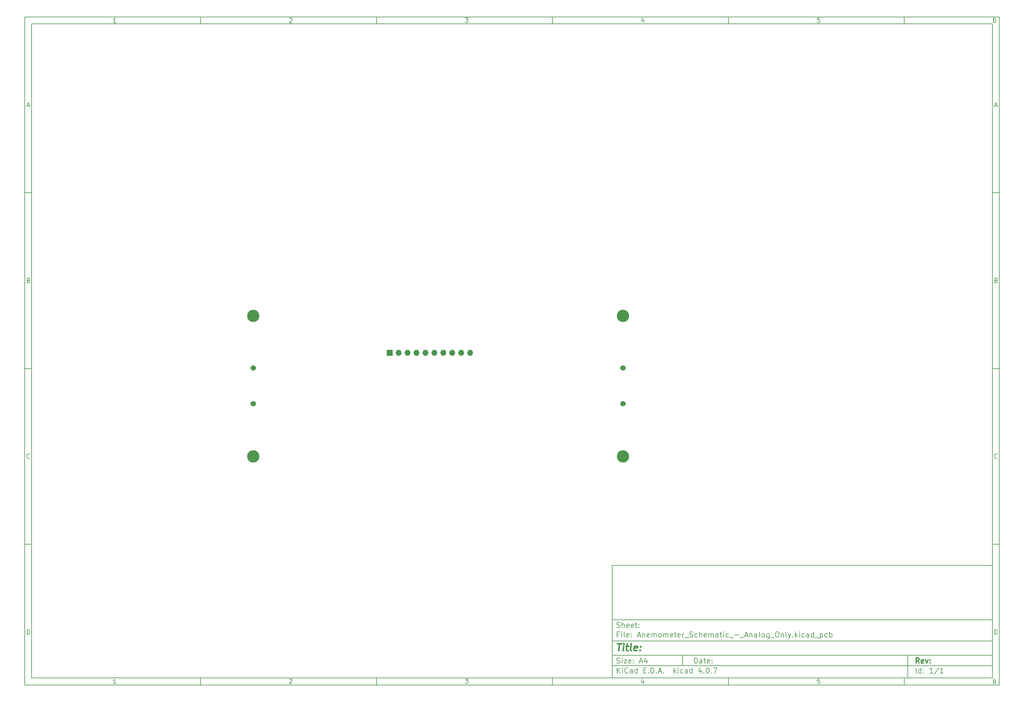
<source format=gbr>
G04 #@! TF.FileFunction,Soldermask,Bot*
%FSLAX46Y46*%
G04 Gerber Fmt 4.6, Leading zero omitted, Abs format (unit mm)*
G04 Created by KiCad (PCBNEW 4.0.7) date Monday, February 19, 2018 'AMt' 09:37:46 AM*
%MOMM*%
%LPD*%
G01*
G04 APERTURE LIST*
%ADD10C,0.100000*%
%ADD11C,0.150000*%
%ADD12C,0.300000*%
%ADD13C,0.400000*%
%ADD14R,1.700000X1.700000*%
%ADD15O,1.700000X1.700000*%
%ADD16C,1.524000*%
%ADD17C,3.500000*%
G04 APERTURE END LIST*
D10*
D11*
X177002200Y-166007200D02*
X177002200Y-198007200D01*
X285002200Y-198007200D01*
X285002200Y-166007200D01*
X177002200Y-166007200D01*
D10*
D11*
X10000000Y-10000000D02*
X10000000Y-200007200D01*
X287002200Y-200007200D01*
X287002200Y-10000000D01*
X10000000Y-10000000D01*
D10*
D11*
X12000000Y-12000000D02*
X12000000Y-198007200D01*
X285002200Y-198007200D01*
X285002200Y-12000000D01*
X12000000Y-12000000D01*
D10*
D11*
X60000000Y-12000000D02*
X60000000Y-10000000D01*
D10*
D11*
X110000000Y-12000000D02*
X110000000Y-10000000D01*
D10*
D11*
X160000000Y-12000000D02*
X160000000Y-10000000D01*
D10*
D11*
X210000000Y-12000000D02*
X210000000Y-10000000D01*
D10*
D11*
X260000000Y-12000000D02*
X260000000Y-10000000D01*
D10*
D11*
X35990476Y-11588095D02*
X35247619Y-11588095D01*
X35619048Y-11588095D02*
X35619048Y-10288095D01*
X35495238Y-10473810D01*
X35371429Y-10597619D01*
X35247619Y-10659524D01*
D10*
D11*
X85247619Y-10411905D02*
X85309524Y-10350000D01*
X85433333Y-10288095D01*
X85742857Y-10288095D01*
X85866667Y-10350000D01*
X85928571Y-10411905D01*
X85990476Y-10535714D01*
X85990476Y-10659524D01*
X85928571Y-10845238D01*
X85185714Y-11588095D01*
X85990476Y-11588095D01*
D10*
D11*
X135185714Y-10288095D02*
X135990476Y-10288095D01*
X135557143Y-10783333D01*
X135742857Y-10783333D01*
X135866667Y-10845238D01*
X135928571Y-10907143D01*
X135990476Y-11030952D01*
X135990476Y-11340476D01*
X135928571Y-11464286D01*
X135866667Y-11526190D01*
X135742857Y-11588095D01*
X135371429Y-11588095D01*
X135247619Y-11526190D01*
X135185714Y-11464286D01*
D10*
D11*
X185866667Y-10721429D02*
X185866667Y-11588095D01*
X185557143Y-10226190D02*
X185247619Y-11154762D01*
X186052381Y-11154762D01*
D10*
D11*
X235928571Y-10288095D02*
X235309524Y-10288095D01*
X235247619Y-10907143D01*
X235309524Y-10845238D01*
X235433333Y-10783333D01*
X235742857Y-10783333D01*
X235866667Y-10845238D01*
X235928571Y-10907143D01*
X235990476Y-11030952D01*
X235990476Y-11340476D01*
X235928571Y-11464286D01*
X235866667Y-11526190D01*
X235742857Y-11588095D01*
X235433333Y-11588095D01*
X235309524Y-11526190D01*
X235247619Y-11464286D01*
D10*
D11*
X285866667Y-10288095D02*
X285619048Y-10288095D01*
X285495238Y-10350000D01*
X285433333Y-10411905D01*
X285309524Y-10597619D01*
X285247619Y-10845238D01*
X285247619Y-11340476D01*
X285309524Y-11464286D01*
X285371429Y-11526190D01*
X285495238Y-11588095D01*
X285742857Y-11588095D01*
X285866667Y-11526190D01*
X285928571Y-11464286D01*
X285990476Y-11340476D01*
X285990476Y-11030952D01*
X285928571Y-10907143D01*
X285866667Y-10845238D01*
X285742857Y-10783333D01*
X285495238Y-10783333D01*
X285371429Y-10845238D01*
X285309524Y-10907143D01*
X285247619Y-11030952D01*
D10*
D11*
X60000000Y-198007200D02*
X60000000Y-200007200D01*
D10*
D11*
X110000000Y-198007200D02*
X110000000Y-200007200D01*
D10*
D11*
X160000000Y-198007200D02*
X160000000Y-200007200D01*
D10*
D11*
X210000000Y-198007200D02*
X210000000Y-200007200D01*
D10*
D11*
X260000000Y-198007200D02*
X260000000Y-200007200D01*
D10*
D11*
X35990476Y-199595295D02*
X35247619Y-199595295D01*
X35619048Y-199595295D02*
X35619048Y-198295295D01*
X35495238Y-198481010D01*
X35371429Y-198604819D01*
X35247619Y-198666724D01*
D10*
D11*
X85247619Y-198419105D02*
X85309524Y-198357200D01*
X85433333Y-198295295D01*
X85742857Y-198295295D01*
X85866667Y-198357200D01*
X85928571Y-198419105D01*
X85990476Y-198542914D01*
X85990476Y-198666724D01*
X85928571Y-198852438D01*
X85185714Y-199595295D01*
X85990476Y-199595295D01*
D10*
D11*
X135185714Y-198295295D02*
X135990476Y-198295295D01*
X135557143Y-198790533D01*
X135742857Y-198790533D01*
X135866667Y-198852438D01*
X135928571Y-198914343D01*
X135990476Y-199038152D01*
X135990476Y-199347676D01*
X135928571Y-199471486D01*
X135866667Y-199533390D01*
X135742857Y-199595295D01*
X135371429Y-199595295D01*
X135247619Y-199533390D01*
X135185714Y-199471486D01*
D10*
D11*
X185866667Y-198728629D02*
X185866667Y-199595295D01*
X185557143Y-198233390D02*
X185247619Y-199161962D01*
X186052381Y-199161962D01*
D10*
D11*
X235928571Y-198295295D02*
X235309524Y-198295295D01*
X235247619Y-198914343D01*
X235309524Y-198852438D01*
X235433333Y-198790533D01*
X235742857Y-198790533D01*
X235866667Y-198852438D01*
X235928571Y-198914343D01*
X235990476Y-199038152D01*
X235990476Y-199347676D01*
X235928571Y-199471486D01*
X235866667Y-199533390D01*
X235742857Y-199595295D01*
X235433333Y-199595295D01*
X235309524Y-199533390D01*
X235247619Y-199471486D01*
D10*
D11*
X285866667Y-198295295D02*
X285619048Y-198295295D01*
X285495238Y-198357200D01*
X285433333Y-198419105D01*
X285309524Y-198604819D01*
X285247619Y-198852438D01*
X285247619Y-199347676D01*
X285309524Y-199471486D01*
X285371429Y-199533390D01*
X285495238Y-199595295D01*
X285742857Y-199595295D01*
X285866667Y-199533390D01*
X285928571Y-199471486D01*
X285990476Y-199347676D01*
X285990476Y-199038152D01*
X285928571Y-198914343D01*
X285866667Y-198852438D01*
X285742857Y-198790533D01*
X285495238Y-198790533D01*
X285371429Y-198852438D01*
X285309524Y-198914343D01*
X285247619Y-199038152D01*
D10*
D11*
X10000000Y-60000000D02*
X12000000Y-60000000D01*
D10*
D11*
X10000000Y-110000000D02*
X12000000Y-110000000D01*
D10*
D11*
X10000000Y-160000000D02*
X12000000Y-160000000D01*
D10*
D11*
X10690476Y-35216667D02*
X11309524Y-35216667D01*
X10566667Y-35588095D02*
X11000000Y-34288095D01*
X11433333Y-35588095D01*
D10*
D11*
X11092857Y-84907143D02*
X11278571Y-84969048D01*
X11340476Y-85030952D01*
X11402381Y-85154762D01*
X11402381Y-85340476D01*
X11340476Y-85464286D01*
X11278571Y-85526190D01*
X11154762Y-85588095D01*
X10659524Y-85588095D01*
X10659524Y-84288095D01*
X11092857Y-84288095D01*
X11216667Y-84350000D01*
X11278571Y-84411905D01*
X11340476Y-84535714D01*
X11340476Y-84659524D01*
X11278571Y-84783333D01*
X11216667Y-84845238D01*
X11092857Y-84907143D01*
X10659524Y-84907143D01*
D10*
D11*
X11402381Y-135464286D02*
X11340476Y-135526190D01*
X11154762Y-135588095D01*
X11030952Y-135588095D01*
X10845238Y-135526190D01*
X10721429Y-135402381D01*
X10659524Y-135278571D01*
X10597619Y-135030952D01*
X10597619Y-134845238D01*
X10659524Y-134597619D01*
X10721429Y-134473810D01*
X10845238Y-134350000D01*
X11030952Y-134288095D01*
X11154762Y-134288095D01*
X11340476Y-134350000D01*
X11402381Y-134411905D01*
D10*
D11*
X10659524Y-185588095D02*
X10659524Y-184288095D01*
X10969048Y-184288095D01*
X11154762Y-184350000D01*
X11278571Y-184473810D01*
X11340476Y-184597619D01*
X11402381Y-184845238D01*
X11402381Y-185030952D01*
X11340476Y-185278571D01*
X11278571Y-185402381D01*
X11154762Y-185526190D01*
X10969048Y-185588095D01*
X10659524Y-185588095D01*
D10*
D11*
X287002200Y-60000000D02*
X285002200Y-60000000D01*
D10*
D11*
X287002200Y-110000000D02*
X285002200Y-110000000D01*
D10*
D11*
X287002200Y-160000000D02*
X285002200Y-160000000D01*
D10*
D11*
X285692676Y-35216667D02*
X286311724Y-35216667D01*
X285568867Y-35588095D02*
X286002200Y-34288095D01*
X286435533Y-35588095D01*
D10*
D11*
X286095057Y-84907143D02*
X286280771Y-84969048D01*
X286342676Y-85030952D01*
X286404581Y-85154762D01*
X286404581Y-85340476D01*
X286342676Y-85464286D01*
X286280771Y-85526190D01*
X286156962Y-85588095D01*
X285661724Y-85588095D01*
X285661724Y-84288095D01*
X286095057Y-84288095D01*
X286218867Y-84350000D01*
X286280771Y-84411905D01*
X286342676Y-84535714D01*
X286342676Y-84659524D01*
X286280771Y-84783333D01*
X286218867Y-84845238D01*
X286095057Y-84907143D01*
X285661724Y-84907143D01*
D10*
D11*
X286404581Y-135464286D02*
X286342676Y-135526190D01*
X286156962Y-135588095D01*
X286033152Y-135588095D01*
X285847438Y-135526190D01*
X285723629Y-135402381D01*
X285661724Y-135278571D01*
X285599819Y-135030952D01*
X285599819Y-134845238D01*
X285661724Y-134597619D01*
X285723629Y-134473810D01*
X285847438Y-134350000D01*
X286033152Y-134288095D01*
X286156962Y-134288095D01*
X286342676Y-134350000D01*
X286404581Y-134411905D01*
D10*
D11*
X285661724Y-185588095D02*
X285661724Y-184288095D01*
X285971248Y-184288095D01*
X286156962Y-184350000D01*
X286280771Y-184473810D01*
X286342676Y-184597619D01*
X286404581Y-184845238D01*
X286404581Y-185030952D01*
X286342676Y-185278571D01*
X286280771Y-185402381D01*
X286156962Y-185526190D01*
X285971248Y-185588095D01*
X285661724Y-185588095D01*
D10*
D11*
X200359343Y-193785771D02*
X200359343Y-192285771D01*
X200716486Y-192285771D01*
X200930771Y-192357200D01*
X201073629Y-192500057D01*
X201145057Y-192642914D01*
X201216486Y-192928629D01*
X201216486Y-193142914D01*
X201145057Y-193428629D01*
X201073629Y-193571486D01*
X200930771Y-193714343D01*
X200716486Y-193785771D01*
X200359343Y-193785771D01*
X202502200Y-193785771D02*
X202502200Y-193000057D01*
X202430771Y-192857200D01*
X202287914Y-192785771D01*
X202002200Y-192785771D01*
X201859343Y-192857200D01*
X202502200Y-193714343D02*
X202359343Y-193785771D01*
X202002200Y-193785771D01*
X201859343Y-193714343D01*
X201787914Y-193571486D01*
X201787914Y-193428629D01*
X201859343Y-193285771D01*
X202002200Y-193214343D01*
X202359343Y-193214343D01*
X202502200Y-193142914D01*
X203002200Y-192785771D02*
X203573629Y-192785771D01*
X203216486Y-192285771D02*
X203216486Y-193571486D01*
X203287914Y-193714343D01*
X203430772Y-193785771D01*
X203573629Y-193785771D01*
X204645057Y-193714343D02*
X204502200Y-193785771D01*
X204216486Y-193785771D01*
X204073629Y-193714343D01*
X204002200Y-193571486D01*
X204002200Y-193000057D01*
X204073629Y-192857200D01*
X204216486Y-192785771D01*
X204502200Y-192785771D01*
X204645057Y-192857200D01*
X204716486Y-193000057D01*
X204716486Y-193142914D01*
X204002200Y-193285771D01*
X205359343Y-193642914D02*
X205430771Y-193714343D01*
X205359343Y-193785771D01*
X205287914Y-193714343D01*
X205359343Y-193642914D01*
X205359343Y-193785771D01*
X205359343Y-192857200D02*
X205430771Y-192928629D01*
X205359343Y-193000057D01*
X205287914Y-192928629D01*
X205359343Y-192857200D01*
X205359343Y-193000057D01*
D10*
D11*
X177002200Y-194507200D02*
X285002200Y-194507200D01*
D10*
D11*
X178359343Y-196585771D02*
X178359343Y-195085771D01*
X179216486Y-196585771D02*
X178573629Y-195728629D01*
X179216486Y-195085771D02*
X178359343Y-195942914D01*
X179859343Y-196585771D02*
X179859343Y-195585771D01*
X179859343Y-195085771D02*
X179787914Y-195157200D01*
X179859343Y-195228629D01*
X179930771Y-195157200D01*
X179859343Y-195085771D01*
X179859343Y-195228629D01*
X181430772Y-196442914D02*
X181359343Y-196514343D01*
X181145057Y-196585771D01*
X181002200Y-196585771D01*
X180787915Y-196514343D01*
X180645057Y-196371486D01*
X180573629Y-196228629D01*
X180502200Y-195942914D01*
X180502200Y-195728629D01*
X180573629Y-195442914D01*
X180645057Y-195300057D01*
X180787915Y-195157200D01*
X181002200Y-195085771D01*
X181145057Y-195085771D01*
X181359343Y-195157200D01*
X181430772Y-195228629D01*
X182716486Y-196585771D02*
X182716486Y-195800057D01*
X182645057Y-195657200D01*
X182502200Y-195585771D01*
X182216486Y-195585771D01*
X182073629Y-195657200D01*
X182716486Y-196514343D02*
X182573629Y-196585771D01*
X182216486Y-196585771D01*
X182073629Y-196514343D01*
X182002200Y-196371486D01*
X182002200Y-196228629D01*
X182073629Y-196085771D01*
X182216486Y-196014343D01*
X182573629Y-196014343D01*
X182716486Y-195942914D01*
X184073629Y-196585771D02*
X184073629Y-195085771D01*
X184073629Y-196514343D02*
X183930772Y-196585771D01*
X183645058Y-196585771D01*
X183502200Y-196514343D01*
X183430772Y-196442914D01*
X183359343Y-196300057D01*
X183359343Y-195871486D01*
X183430772Y-195728629D01*
X183502200Y-195657200D01*
X183645058Y-195585771D01*
X183930772Y-195585771D01*
X184073629Y-195657200D01*
X185930772Y-195800057D02*
X186430772Y-195800057D01*
X186645058Y-196585771D02*
X185930772Y-196585771D01*
X185930772Y-195085771D01*
X186645058Y-195085771D01*
X187287915Y-196442914D02*
X187359343Y-196514343D01*
X187287915Y-196585771D01*
X187216486Y-196514343D01*
X187287915Y-196442914D01*
X187287915Y-196585771D01*
X188002201Y-196585771D02*
X188002201Y-195085771D01*
X188359344Y-195085771D01*
X188573629Y-195157200D01*
X188716487Y-195300057D01*
X188787915Y-195442914D01*
X188859344Y-195728629D01*
X188859344Y-195942914D01*
X188787915Y-196228629D01*
X188716487Y-196371486D01*
X188573629Y-196514343D01*
X188359344Y-196585771D01*
X188002201Y-196585771D01*
X189502201Y-196442914D02*
X189573629Y-196514343D01*
X189502201Y-196585771D01*
X189430772Y-196514343D01*
X189502201Y-196442914D01*
X189502201Y-196585771D01*
X190145058Y-196157200D02*
X190859344Y-196157200D01*
X190002201Y-196585771D02*
X190502201Y-195085771D01*
X191002201Y-196585771D01*
X191502201Y-196442914D02*
X191573629Y-196514343D01*
X191502201Y-196585771D01*
X191430772Y-196514343D01*
X191502201Y-196442914D01*
X191502201Y-196585771D01*
X194502201Y-196585771D02*
X194502201Y-195085771D01*
X194645058Y-196014343D02*
X195073629Y-196585771D01*
X195073629Y-195585771D02*
X194502201Y-196157200D01*
X195716487Y-196585771D02*
X195716487Y-195585771D01*
X195716487Y-195085771D02*
X195645058Y-195157200D01*
X195716487Y-195228629D01*
X195787915Y-195157200D01*
X195716487Y-195085771D01*
X195716487Y-195228629D01*
X197073630Y-196514343D02*
X196930773Y-196585771D01*
X196645059Y-196585771D01*
X196502201Y-196514343D01*
X196430773Y-196442914D01*
X196359344Y-196300057D01*
X196359344Y-195871486D01*
X196430773Y-195728629D01*
X196502201Y-195657200D01*
X196645059Y-195585771D01*
X196930773Y-195585771D01*
X197073630Y-195657200D01*
X198359344Y-196585771D02*
X198359344Y-195800057D01*
X198287915Y-195657200D01*
X198145058Y-195585771D01*
X197859344Y-195585771D01*
X197716487Y-195657200D01*
X198359344Y-196514343D02*
X198216487Y-196585771D01*
X197859344Y-196585771D01*
X197716487Y-196514343D01*
X197645058Y-196371486D01*
X197645058Y-196228629D01*
X197716487Y-196085771D01*
X197859344Y-196014343D01*
X198216487Y-196014343D01*
X198359344Y-195942914D01*
X199716487Y-196585771D02*
X199716487Y-195085771D01*
X199716487Y-196514343D02*
X199573630Y-196585771D01*
X199287916Y-196585771D01*
X199145058Y-196514343D01*
X199073630Y-196442914D01*
X199002201Y-196300057D01*
X199002201Y-195871486D01*
X199073630Y-195728629D01*
X199145058Y-195657200D01*
X199287916Y-195585771D01*
X199573630Y-195585771D01*
X199716487Y-195657200D01*
X202216487Y-195585771D02*
X202216487Y-196585771D01*
X201859344Y-195014343D02*
X201502201Y-196085771D01*
X202430773Y-196085771D01*
X203002201Y-196442914D02*
X203073629Y-196514343D01*
X203002201Y-196585771D01*
X202930772Y-196514343D01*
X203002201Y-196442914D01*
X203002201Y-196585771D01*
X204002201Y-195085771D02*
X204145058Y-195085771D01*
X204287915Y-195157200D01*
X204359344Y-195228629D01*
X204430773Y-195371486D01*
X204502201Y-195657200D01*
X204502201Y-196014343D01*
X204430773Y-196300057D01*
X204359344Y-196442914D01*
X204287915Y-196514343D01*
X204145058Y-196585771D01*
X204002201Y-196585771D01*
X203859344Y-196514343D01*
X203787915Y-196442914D01*
X203716487Y-196300057D01*
X203645058Y-196014343D01*
X203645058Y-195657200D01*
X203716487Y-195371486D01*
X203787915Y-195228629D01*
X203859344Y-195157200D01*
X204002201Y-195085771D01*
X205145058Y-196442914D02*
X205216486Y-196514343D01*
X205145058Y-196585771D01*
X205073629Y-196514343D01*
X205145058Y-196442914D01*
X205145058Y-196585771D01*
X205716487Y-195085771D02*
X206716487Y-195085771D01*
X206073630Y-196585771D01*
D10*
D11*
X177002200Y-191507200D02*
X285002200Y-191507200D01*
D10*
D12*
X264216486Y-193785771D02*
X263716486Y-193071486D01*
X263359343Y-193785771D02*
X263359343Y-192285771D01*
X263930771Y-192285771D01*
X264073629Y-192357200D01*
X264145057Y-192428629D01*
X264216486Y-192571486D01*
X264216486Y-192785771D01*
X264145057Y-192928629D01*
X264073629Y-193000057D01*
X263930771Y-193071486D01*
X263359343Y-193071486D01*
X265430771Y-193714343D02*
X265287914Y-193785771D01*
X265002200Y-193785771D01*
X264859343Y-193714343D01*
X264787914Y-193571486D01*
X264787914Y-193000057D01*
X264859343Y-192857200D01*
X265002200Y-192785771D01*
X265287914Y-192785771D01*
X265430771Y-192857200D01*
X265502200Y-193000057D01*
X265502200Y-193142914D01*
X264787914Y-193285771D01*
X266002200Y-192785771D02*
X266359343Y-193785771D01*
X266716485Y-192785771D01*
X267287914Y-193642914D02*
X267359342Y-193714343D01*
X267287914Y-193785771D01*
X267216485Y-193714343D01*
X267287914Y-193642914D01*
X267287914Y-193785771D01*
X267287914Y-192857200D02*
X267359342Y-192928629D01*
X267287914Y-193000057D01*
X267216485Y-192928629D01*
X267287914Y-192857200D01*
X267287914Y-193000057D01*
D10*
D11*
X178287914Y-193714343D02*
X178502200Y-193785771D01*
X178859343Y-193785771D01*
X179002200Y-193714343D01*
X179073629Y-193642914D01*
X179145057Y-193500057D01*
X179145057Y-193357200D01*
X179073629Y-193214343D01*
X179002200Y-193142914D01*
X178859343Y-193071486D01*
X178573629Y-193000057D01*
X178430771Y-192928629D01*
X178359343Y-192857200D01*
X178287914Y-192714343D01*
X178287914Y-192571486D01*
X178359343Y-192428629D01*
X178430771Y-192357200D01*
X178573629Y-192285771D01*
X178930771Y-192285771D01*
X179145057Y-192357200D01*
X179787914Y-193785771D02*
X179787914Y-192785771D01*
X179787914Y-192285771D02*
X179716485Y-192357200D01*
X179787914Y-192428629D01*
X179859342Y-192357200D01*
X179787914Y-192285771D01*
X179787914Y-192428629D01*
X180359343Y-192785771D02*
X181145057Y-192785771D01*
X180359343Y-193785771D01*
X181145057Y-193785771D01*
X182287914Y-193714343D02*
X182145057Y-193785771D01*
X181859343Y-193785771D01*
X181716486Y-193714343D01*
X181645057Y-193571486D01*
X181645057Y-193000057D01*
X181716486Y-192857200D01*
X181859343Y-192785771D01*
X182145057Y-192785771D01*
X182287914Y-192857200D01*
X182359343Y-193000057D01*
X182359343Y-193142914D01*
X181645057Y-193285771D01*
X183002200Y-193642914D02*
X183073628Y-193714343D01*
X183002200Y-193785771D01*
X182930771Y-193714343D01*
X183002200Y-193642914D01*
X183002200Y-193785771D01*
X183002200Y-192857200D02*
X183073628Y-192928629D01*
X183002200Y-193000057D01*
X182930771Y-192928629D01*
X183002200Y-192857200D01*
X183002200Y-193000057D01*
X184787914Y-193357200D02*
X185502200Y-193357200D01*
X184645057Y-193785771D02*
X185145057Y-192285771D01*
X185645057Y-193785771D01*
X186787914Y-192785771D02*
X186787914Y-193785771D01*
X186430771Y-192214343D02*
X186073628Y-193285771D01*
X187002200Y-193285771D01*
D10*
D11*
X263359343Y-196585771D02*
X263359343Y-195085771D01*
X264716486Y-196585771D02*
X264716486Y-195085771D01*
X264716486Y-196514343D02*
X264573629Y-196585771D01*
X264287915Y-196585771D01*
X264145057Y-196514343D01*
X264073629Y-196442914D01*
X264002200Y-196300057D01*
X264002200Y-195871486D01*
X264073629Y-195728629D01*
X264145057Y-195657200D01*
X264287915Y-195585771D01*
X264573629Y-195585771D01*
X264716486Y-195657200D01*
X265430772Y-196442914D02*
X265502200Y-196514343D01*
X265430772Y-196585771D01*
X265359343Y-196514343D01*
X265430772Y-196442914D01*
X265430772Y-196585771D01*
X265430772Y-195657200D02*
X265502200Y-195728629D01*
X265430772Y-195800057D01*
X265359343Y-195728629D01*
X265430772Y-195657200D01*
X265430772Y-195800057D01*
X268073629Y-196585771D02*
X267216486Y-196585771D01*
X267645058Y-196585771D02*
X267645058Y-195085771D01*
X267502201Y-195300057D01*
X267359343Y-195442914D01*
X267216486Y-195514343D01*
X269787914Y-195014343D02*
X268502200Y-196942914D01*
X271073629Y-196585771D02*
X270216486Y-196585771D01*
X270645058Y-196585771D02*
X270645058Y-195085771D01*
X270502201Y-195300057D01*
X270359343Y-195442914D01*
X270216486Y-195514343D01*
D10*
D11*
X177002200Y-187507200D02*
X285002200Y-187507200D01*
D10*
D13*
X178454581Y-188211962D02*
X179597438Y-188211962D01*
X178776010Y-190211962D02*
X179026010Y-188211962D01*
X180014105Y-190211962D02*
X180180771Y-188878629D01*
X180264105Y-188211962D02*
X180156962Y-188307200D01*
X180240295Y-188402438D01*
X180347439Y-188307200D01*
X180264105Y-188211962D01*
X180240295Y-188402438D01*
X180847438Y-188878629D02*
X181609343Y-188878629D01*
X181216486Y-188211962D02*
X181002200Y-189926248D01*
X181073630Y-190116724D01*
X181252201Y-190211962D01*
X181442677Y-190211962D01*
X182395058Y-190211962D02*
X182216487Y-190116724D01*
X182145057Y-189926248D01*
X182359343Y-188211962D01*
X183930772Y-190116724D02*
X183728391Y-190211962D01*
X183347439Y-190211962D01*
X183168867Y-190116724D01*
X183097438Y-189926248D01*
X183192676Y-189164343D01*
X183311724Y-188973867D01*
X183514105Y-188878629D01*
X183895057Y-188878629D01*
X184073629Y-188973867D01*
X184145057Y-189164343D01*
X184121248Y-189354819D01*
X183145057Y-189545295D01*
X184895057Y-190021486D02*
X184978392Y-190116724D01*
X184871248Y-190211962D01*
X184787915Y-190116724D01*
X184895057Y-190021486D01*
X184871248Y-190211962D01*
X185026010Y-188973867D02*
X185109344Y-189069105D01*
X185002200Y-189164343D01*
X184918867Y-189069105D01*
X185026010Y-188973867D01*
X185002200Y-189164343D01*
D10*
D11*
X178859343Y-185600057D02*
X178359343Y-185600057D01*
X178359343Y-186385771D02*
X178359343Y-184885771D01*
X179073629Y-184885771D01*
X179645057Y-186385771D02*
X179645057Y-185385771D01*
X179645057Y-184885771D02*
X179573628Y-184957200D01*
X179645057Y-185028629D01*
X179716485Y-184957200D01*
X179645057Y-184885771D01*
X179645057Y-185028629D01*
X180573629Y-186385771D02*
X180430771Y-186314343D01*
X180359343Y-186171486D01*
X180359343Y-184885771D01*
X181716485Y-186314343D02*
X181573628Y-186385771D01*
X181287914Y-186385771D01*
X181145057Y-186314343D01*
X181073628Y-186171486D01*
X181073628Y-185600057D01*
X181145057Y-185457200D01*
X181287914Y-185385771D01*
X181573628Y-185385771D01*
X181716485Y-185457200D01*
X181787914Y-185600057D01*
X181787914Y-185742914D01*
X181073628Y-185885771D01*
X182430771Y-186242914D02*
X182502199Y-186314343D01*
X182430771Y-186385771D01*
X182359342Y-186314343D01*
X182430771Y-186242914D01*
X182430771Y-186385771D01*
X182430771Y-185457200D02*
X182502199Y-185528629D01*
X182430771Y-185600057D01*
X182359342Y-185528629D01*
X182430771Y-185457200D01*
X182430771Y-185600057D01*
X184216485Y-185957200D02*
X184930771Y-185957200D01*
X184073628Y-186385771D02*
X184573628Y-184885771D01*
X185073628Y-186385771D01*
X185573628Y-185385771D02*
X185573628Y-186385771D01*
X185573628Y-185528629D02*
X185645056Y-185457200D01*
X185787914Y-185385771D01*
X186002199Y-185385771D01*
X186145056Y-185457200D01*
X186216485Y-185600057D01*
X186216485Y-186385771D01*
X187502199Y-186314343D02*
X187359342Y-186385771D01*
X187073628Y-186385771D01*
X186930771Y-186314343D01*
X186859342Y-186171486D01*
X186859342Y-185600057D01*
X186930771Y-185457200D01*
X187073628Y-185385771D01*
X187359342Y-185385771D01*
X187502199Y-185457200D01*
X187573628Y-185600057D01*
X187573628Y-185742914D01*
X186859342Y-185885771D01*
X188216485Y-186385771D02*
X188216485Y-185385771D01*
X188216485Y-185528629D02*
X188287913Y-185457200D01*
X188430771Y-185385771D01*
X188645056Y-185385771D01*
X188787913Y-185457200D01*
X188859342Y-185600057D01*
X188859342Y-186385771D01*
X188859342Y-185600057D02*
X188930771Y-185457200D01*
X189073628Y-185385771D01*
X189287913Y-185385771D01*
X189430771Y-185457200D01*
X189502199Y-185600057D01*
X189502199Y-186385771D01*
X190430771Y-186385771D02*
X190287913Y-186314343D01*
X190216485Y-186242914D01*
X190145056Y-186100057D01*
X190145056Y-185671486D01*
X190216485Y-185528629D01*
X190287913Y-185457200D01*
X190430771Y-185385771D01*
X190645056Y-185385771D01*
X190787913Y-185457200D01*
X190859342Y-185528629D01*
X190930771Y-185671486D01*
X190930771Y-186100057D01*
X190859342Y-186242914D01*
X190787913Y-186314343D01*
X190645056Y-186385771D01*
X190430771Y-186385771D01*
X191573628Y-186385771D02*
X191573628Y-185385771D01*
X191573628Y-185528629D02*
X191645056Y-185457200D01*
X191787914Y-185385771D01*
X192002199Y-185385771D01*
X192145056Y-185457200D01*
X192216485Y-185600057D01*
X192216485Y-186385771D01*
X192216485Y-185600057D02*
X192287914Y-185457200D01*
X192430771Y-185385771D01*
X192645056Y-185385771D01*
X192787914Y-185457200D01*
X192859342Y-185600057D01*
X192859342Y-186385771D01*
X194145056Y-186314343D02*
X194002199Y-186385771D01*
X193716485Y-186385771D01*
X193573628Y-186314343D01*
X193502199Y-186171486D01*
X193502199Y-185600057D01*
X193573628Y-185457200D01*
X193716485Y-185385771D01*
X194002199Y-185385771D01*
X194145056Y-185457200D01*
X194216485Y-185600057D01*
X194216485Y-185742914D01*
X193502199Y-185885771D01*
X194645056Y-185385771D02*
X195216485Y-185385771D01*
X194859342Y-184885771D02*
X194859342Y-186171486D01*
X194930770Y-186314343D01*
X195073628Y-186385771D01*
X195216485Y-186385771D01*
X196287913Y-186314343D02*
X196145056Y-186385771D01*
X195859342Y-186385771D01*
X195716485Y-186314343D01*
X195645056Y-186171486D01*
X195645056Y-185600057D01*
X195716485Y-185457200D01*
X195859342Y-185385771D01*
X196145056Y-185385771D01*
X196287913Y-185457200D01*
X196359342Y-185600057D01*
X196359342Y-185742914D01*
X195645056Y-185885771D01*
X197002199Y-186385771D02*
X197002199Y-185385771D01*
X197002199Y-185671486D02*
X197073627Y-185528629D01*
X197145056Y-185457200D01*
X197287913Y-185385771D01*
X197430770Y-185385771D01*
X197573627Y-186528629D02*
X198716484Y-186528629D01*
X199002198Y-186314343D02*
X199216484Y-186385771D01*
X199573627Y-186385771D01*
X199716484Y-186314343D01*
X199787913Y-186242914D01*
X199859341Y-186100057D01*
X199859341Y-185957200D01*
X199787913Y-185814343D01*
X199716484Y-185742914D01*
X199573627Y-185671486D01*
X199287913Y-185600057D01*
X199145055Y-185528629D01*
X199073627Y-185457200D01*
X199002198Y-185314343D01*
X199002198Y-185171486D01*
X199073627Y-185028629D01*
X199145055Y-184957200D01*
X199287913Y-184885771D01*
X199645055Y-184885771D01*
X199859341Y-184957200D01*
X201145055Y-186314343D02*
X201002198Y-186385771D01*
X200716484Y-186385771D01*
X200573626Y-186314343D01*
X200502198Y-186242914D01*
X200430769Y-186100057D01*
X200430769Y-185671486D01*
X200502198Y-185528629D01*
X200573626Y-185457200D01*
X200716484Y-185385771D01*
X201002198Y-185385771D01*
X201145055Y-185457200D01*
X201787912Y-186385771D02*
X201787912Y-184885771D01*
X202430769Y-186385771D02*
X202430769Y-185600057D01*
X202359340Y-185457200D01*
X202216483Y-185385771D01*
X202002198Y-185385771D01*
X201859340Y-185457200D01*
X201787912Y-185528629D01*
X203716483Y-186314343D02*
X203573626Y-186385771D01*
X203287912Y-186385771D01*
X203145055Y-186314343D01*
X203073626Y-186171486D01*
X203073626Y-185600057D01*
X203145055Y-185457200D01*
X203287912Y-185385771D01*
X203573626Y-185385771D01*
X203716483Y-185457200D01*
X203787912Y-185600057D01*
X203787912Y-185742914D01*
X203073626Y-185885771D01*
X204430769Y-186385771D02*
X204430769Y-185385771D01*
X204430769Y-185528629D02*
X204502197Y-185457200D01*
X204645055Y-185385771D01*
X204859340Y-185385771D01*
X205002197Y-185457200D01*
X205073626Y-185600057D01*
X205073626Y-186385771D01*
X205073626Y-185600057D02*
X205145055Y-185457200D01*
X205287912Y-185385771D01*
X205502197Y-185385771D01*
X205645055Y-185457200D01*
X205716483Y-185600057D01*
X205716483Y-186385771D01*
X207073626Y-186385771D02*
X207073626Y-185600057D01*
X207002197Y-185457200D01*
X206859340Y-185385771D01*
X206573626Y-185385771D01*
X206430769Y-185457200D01*
X207073626Y-186314343D02*
X206930769Y-186385771D01*
X206573626Y-186385771D01*
X206430769Y-186314343D01*
X206359340Y-186171486D01*
X206359340Y-186028629D01*
X206430769Y-185885771D01*
X206573626Y-185814343D01*
X206930769Y-185814343D01*
X207073626Y-185742914D01*
X207573626Y-185385771D02*
X208145055Y-185385771D01*
X207787912Y-184885771D02*
X207787912Y-186171486D01*
X207859340Y-186314343D01*
X208002198Y-186385771D01*
X208145055Y-186385771D01*
X208645055Y-186385771D02*
X208645055Y-185385771D01*
X208645055Y-184885771D02*
X208573626Y-184957200D01*
X208645055Y-185028629D01*
X208716483Y-184957200D01*
X208645055Y-184885771D01*
X208645055Y-185028629D01*
X210002198Y-186314343D02*
X209859341Y-186385771D01*
X209573627Y-186385771D01*
X209430769Y-186314343D01*
X209359341Y-186242914D01*
X209287912Y-186100057D01*
X209287912Y-185671486D01*
X209359341Y-185528629D01*
X209430769Y-185457200D01*
X209573627Y-185385771D01*
X209859341Y-185385771D01*
X210002198Y-185457200D01*
X210287912Y-186528629D02*
X211430769Y-186528629D01*
X211787912Y-185814343D02*
X212930769Y-185814343D01*
X213287912Y-186528629D02*
X214430769Y-186528629D01*
X214716483Y-185957200D02*
X215430769Y-185957200D01*
X214573626Y-186385771D02*
X215073626Y-184885771D01*
X215573626Y-186385771D01*
X216073626Y-185385771D02*
X216073626Y-186385771D01*
X216073626Y-185528629D02*
X216145054Y-185457200D01*
X216287912Y-185385771D01*
X216502197Y-185385771D01*
X216645054Y-185457200D01*
X216716483Y-185600057D01*
X216716483Y-186385771D01*
X218073626Y-186385771D02*
X218073626Y-185600057D01*
X218002197Y-185457200D01*
X217859340Y-185385771D01*
X217573626Y-185385771D01*
X217430769Y-185457200D01*
X218073626Y-186314343D02*
X217930769Y-186385771D01*
X217573626Y-186385771D01*
X217430769Y-186314343D01*
X217359340Y-186171486D01*
X217359340Y-186028629D01*
X217430769Y-185885771D01*
X217573626Y-185814343D01*
X217930769Y-185814343D01*
X218073626Y-185742914D01*
X219002198Y-186385771D02*
X218859340Y-186314343D01*
X218787912Y-186171486D01*
X218787912Y-184885771D01*
X219787912Y-186385771D02*
X219645054Y-186314343D01*
X219573626Y-186242914D01*
X219502197Y-186100057D01*
X219502197Y-185671486D01*
X219573626Y-185528629D01*
X219645054Y-185457200D01*
X219787912Y-185385771D01*
X220002197Y-185385771D01*
X220145054Y-185457200D01*
X220216483Y-185528629D01*
X220287912Y-185671486D01*
X220287912Y-186100057D01*
X220216483Y-186242914D01*
X220145054Y-186314343D01*
X220002197Y-186385771D01*
X219787912Y-186385771D01*
X221573626Y-185385771D02*
X221573626Y-186600057D01*
X221502197Y-186742914D01*
X221430769Y-186814343D01*
X221287912Y-186885771D01*
X221073626Y-186885771D01*
X220930769Y-186814343D01*
X221573626Y-186314343D02*
X221430769Y-186385771D01*
X221145055Y-186385771D01*
X221002197Y-186314343D01*
X220930769Y-186242914D01*
X220859340Y-186100057D01*
X220859340Y-185671486D01*
X220930769Y-185528629D01*
X221002197Y-185457200D01*
X221145055Y-185385771D01*
X221430769Y-185385771D01*
X221573626Y-185457200D01*
X221930769Y-186528629D02*
X223073626Y-186528629D01*
X223716483Y-184885771D02*
X224002197Y-184885771D01*
X224145055Y-184957200D01*
X224287912Y-185100057D01*
X224359340Y-185385771D01*
X224359340Y-185885771D01*
X224287912Y-186171486D01*
X224145055Y-186314343D01*
X224002197Y-186385771D01*
X223716483Y-186385771D01*
X223573626Y-186314343D01*
X223430769Y-186171486D01*
X223359340Y-185885771D01*
X223359340Y-185385771D01*
X223430769Y-185100057D01*
X223573626Y-184957200D01*
X223716483Y-184885771D01*
X225002198Y-185385771D02*
X225002198Y-186385771D01*
X225002198Y-185528629D02*
X225073626Y-185457200D01*
X225216484Y-185385771D01*
X225430769Y-185385771D01*
X225573626Y-185457200D01*
X225645055Y-185600057D01*
X225645055Y-186385771D01*
X226573627Y-186385771D02*
X226430769Y-186314343D01*
X226359341Y-186171486D01*
X226359341Y-184885771D01*
X227002198Y-185385771D02*
X227359341Y-186385771D01*
X227716483Y-185385771D02*
X227359341Y-186385771D01*
X227216483Y-186742914D01*
X227145055Y-186814343D01*
X227002198Y-186885771D01*
X228287912Y-186242914D02*
X228359340Y-186314343D01*
X228287912Y-186385771D01*
X228216483Y-186314343D01*
X228287912Y-186242914D01*
X228287912Y-186385771D01*
X229002198Y-186385771D02*
X229002198Y-184885771D01*
X229145055Y-185814343D02*
X229573626Y-186385771D01*
X229573626Y-185385771D02*
X229002198Y-185957200D01*
X230216484Y-186385771D02*
X230216484Y-185385771D01*
X230216484Y-184885771D02*
X230145055Y-184957200D01*
X230216484Y-185028629D01*
X230287912Y-184957200D01*
X230216484Y-184885771D01*
X230216484Y-185028629D01*
X231573627Y-186314343D02*
X231430770Y-186385771D01*
X231145056Y-186385771D01*
X231002198Y-186314343D01*
X230930770Y-186242914D01*
X230859341Y-186100057D01*
X230859341Y-185671486D01*
X230930770Y-185528629D01*
X231002198Y-185457200D01*
X231145056Y-185385771D01*
X231430770Y-185385771D01*
X231573627Y-185457200D01*
X232859341Y-186385771D02*
X232859341Y-185600057D01*
X232787912Y-185457200D01*
X232645055Y-185385771D01*
X232359341Y-185385771D01*
X232216484Y-185457200D01*
X232859341Y-186314343D02*
X232716484Y-186385771D01*
X232359341Y-186385771D01*
X232216484Y-186314343D01*
X232145055Y-186171486D01*
X232145055Y-186028629D01*
X232216484Y-185885771D01*
X232359341Y-185814343D01*
X232716484Y-185814343D01*
X232859341Y-185742914D01*
X234216484Y-186385771D02*
X234216484Y-184885771D01*
X234216484Y-186314343D02*
X234073627Y-186385771D01*
X233787913Y-186385771D01*
X233645055Y-186314343D01*
X233573627Y-186242914D01*
X233502198Y-186100057D01*
X233502198Y-185671486D01*
X233573627Y-185528629D01*
X233645055Y-185457200D01*
X233787913Y-185385771D01*
X234073627Y-185385771D01*
X234216484Y-185457200D01*
X234573627Y-186528629D02*
X235716484Y-186528629D01*
X236073627Y-185385771D02*
X236073627Y-186885771D01*
X236073627Y-185457200D02*
X236216484Y-185385771D01*
X236502198Y-185385771D01*
X236645055Y-185457200D01*
X236716484Y-185528629D01*
X236787913Y-185671486D01*
X236787913Y-186100057D01*
X236716484Y-186242914D01*
X236645055Y-186314343D01*
X236502198Y-186385771D01*
X236216484Y-186385771D01*
X236073627Y-186314343D01*
X238073627Y-186314343D02*
X237930770Y-186385771D01*
X237645056Y-186385771D01*
X237502198Y-186314343D01*
X237430770Y-186242914D01*
X237359341Y-186100057D01*
X237359341Y-185671486D01*
X237430770Y-185528629D01*
X237502198Y-185457200D01*
X237645056Y-185385771D01*
X237930770Y-185385771D01*
X238073627Y-185457200D01*
X238716484Y-186385771D02*
X238716484Y-184885771D01*
X238716484Y-185457200D02*
X238859341Y-185385771D01*
X239145055Y-185385771D01*
X239287912Y-185457200D01*
X239359341Y-185528629D01*
X239430770Y-185671486D01*
X239430770Y-186100057D01*
X239359341Y-186242914D01*
X239287912Y-186314343D01*
X239145055Y-186385771D01*
X238859341Y-186385771D01*
X238716484Y-186314343D01*
D10*
D11*
X177002200Y-181507200D02*
X285002200Y-181507200D01*
D10*
D11*
X178287914Y-183614343D02*
X178502200Y-183685771D01*
X178859343Y-183685771D01*
X179002200Y-183614343D01*
X179073629Y-183542914D01*
X179145057Y-183400057D01*
X179145057Y-183257200D01*
X179073629Y-183114343D01*
X179002200Y-183042914D01*
X178859343Y-182971486D01*
X178573629Y-182900057D01*
X178430771Y-182828629D01*
X178359343Y-182757200D01*
X178287914Y-182614343D01*
X178287914Y-182471486D01*
X178359343Y-182328629D01*
X178430771Y-182257200D01*
X178573629Y-182185771D01*
X178930771Y-182185771D01*
X179145057Y-182257200D01*
X179787914Y-183685771D02*
X179787914Y-182185771D01*
X180430771Y-183685771D02*
X180430771Y-182900057D01*
X180359342Y-182757200D01*
X180216485Y-182685771D01*
X180002200Y-182685771D01*
X179859342Y-182757200D01*
X179787914Y-182828629D01*
X181716485Y-183614343D02*
X181573628Y-183685771D01*
X181287914Y-183685771D01*
X181145057Y-183614343D01*
X181073628Y-183471486D01*
X181073628Y-182900057D01*
X181145057Y-182757200D01*
X181287914Y-182685771D01*
X181573628Y-182685771D01*
X181716485Y-182757200D01*
X181787914Y-182900057D01*
X181787914Y-183042914D01*
X181073628Y-183185771D01*
X183002199Y-183614343D02*
X182859342Y-183685771D01*
X182573628Y-183685771D01*
X182430771Y-183614343D01*
X182359342Y-183471486D01*
X182359342Y-182900057D01*
X182430771Y-182757200D01*
X182573628Y-182685771D01*
X182859342Y-182685771D01*
X183002199Y-182757200D01*
X183073628Y-182900057D01*
X183073628Y-183042914D01*
X182359342Y-183185771D01*
X183502199Y-182685771D02*
X184073628Y-182685771D01*
X183716485Y-182185771D02*
X183716485Y-183471486D01*
X183787913Y-183614343D01*
X183930771Y-183685771D01*
X184073628Y-183685771D01*
X184573628Y-183542914D02*
X184645056Y-183614343D01*
X184573628Y-183685771D01*
X184502199Y-183614343D01*
X184573628Y-183542914D01*
X184573628Y-183685771D01*
X184573628Y-182757200D02*
X184645056Y-182828629D01*
X184573628Y-182900057D01*
X184502199Y-182828629D01*
X184573628Y-182757200D01*
X184573628Y-182900057D01*
D10*
D11*
X197002200Y-191507200D02*
X197002200Y-194507200D01*
D10*
D11*
X261002200Y-191507200D02*
X261002200Y-198007200D01*
D14*
X113760000Y-105500000D03*
D15*
X116300000Y-105500000D03*
X118840000Y-105500000D03*
X121380000Y-105500000D03*
X123920000Y-105500000D03*
X126460000Y-105500000D03*
X129000000Y-105500000D03*
X131540000Y-105500000D03*
X134080000Y-105500000D03*
X136620000Y-105500000D03*
D16*
X75000000Y-120000000D03*
X75000000Y-109840000D03*
X180000000Y-120000000D03*
X180000000Y-109840000D03*
D17*
X75000000Y-95000000D03*
X75000000Y-135000000D03*
X180000000Y-135000000D03*
X180000000Y-95000000D03*
M02*

</source>
